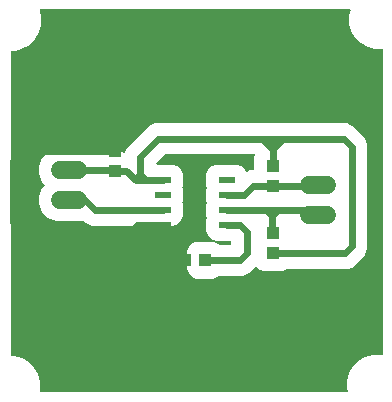
<source format=gbr>
G04 EAGLE Gerber RS-274X export*
G75*
%MOMM*%
%FSLAX34Y34*%
%LPD*%
%INTop Copper*%
%IPPOS*%
%AMOC8*
5,1,8,0,0,1.08239X$1,22.5*%
G01*
%ADD10R,1.000000X1.100000*%
%ADD11C,1.524000*%
%ADD12R,1.100000X1.000000*%
%ADD13R,1.400000X0.600000*%
%ADD14C,0.600000*%

G36*
X769938Y464372D02*
X769938Y464372D01*
X769975Y464370D01*
X770048Y464392D01*
X770124Y464405D01*
X770155Y464424D01*
X770190Y464434D01*
X770251Y464481D01*
X770317Y464520D01*
X770340Y464548D01*
X770369Y464570D01*
X770410Y464634D01*
X770458Y464694D01*
X770470Y464728D01*
X770489Y464759D01*
X770506Y464834D01*
X770530Y464906D01*
X770529Y464942D01*
X770537Y464978D01*
X770525Y465081D01*
X770523Y465131D01*
X770518Y465145D01*
X770515Y465164D01*
X769839Y467687D01*
X769839Y474313D01*
X771554Y480712D01*
X774866Y486449D01*
X779551Y491134D01*
X785288Y494446D01*
X791687Y496161D01*
X798313Y496161D01*
X799836Y495753D01*
X799872Y495750D01*
X799906Y495738D01*
X799983Y495740D01*
X800059Y495734D01*
X800094Y495743D01*
X800131Y495745D01*
X800202Y495773D01*
X800276Y495794D01*
X800305Y495815D01*
X800338Y495829D01*
X800395Y495880D01*
X800457Y495926D01*
X800477Y495956D01*
X800504Y495980D01*
X800539Y496048D01*
X800582Y496112D01*
X800590Y496148D01*
X800607Y496180D01*
X800622Y496282D01*
X800633Y496331D01*
X800631Y496346D01*
X800634Y496365D01*
X800634Y754205D01*
X800623Y754270D01*
X800621Y754336D01*
X800603Y754379D01*
X800595Y754426D01*
X800561Y754483D01*
X800536Y754543D01*
X800505Y754578D01*
X800480Y754619D01*
X800429Y754661D01*
X800385Y754709D01*
X800343Y754731D01*
X800306Y754760D01*
X800244Y754781D01*
X800185Y754812D01*
X800131Y754820D01*
X800094Y754832D01*
X800054Y754831D01*
X800000Y754839D01*
X793687Y754839D01*
X787288Y756554D01*
X781551Y759866D01*
X776866Y764551D01*
X773554Y770288D01*
X771839Y776687D01*
X771839Y783313D01*
X773051Y787836D01*
X773054Y787872D01*
X773066Y787906D01*
X773064Y787983D01*
X773070Y788059D01*
X773060Y788094D01*
X773059Y788131D01*
X773031Y788202D01*
X773010Y788276D01*
X772989Y788305D01*
X772975Y788338D01*
X772923Y788395D01*
X772878Y788457D01*
X772848Y788477D01*
X772824Y788504D01*
X772755Y788539D01*
X772692Y788582D01*
X772656Y788590D01*
X772624Y788607D01*
X772522Y788622D01*
X772473Y788633D01*
X772458Y788631D01*
X772439Y788634D01*
X510293Y788634D01*
X510258Y788628D01*
X510222Y788630D01*
X510148Y788608D01*
X510073Y788595D01*
X510041Y788576D01*
X510007Y788566D01*
X509945Y788520D01*
X509879Y788480D01*
X509857Y788452D01*
X509828Y788431D01*
X509786Y788366D01*
X509738Y788306D01*
X509726Y788272D01*
X509707Y788241D01*
X509691Y788166D01*
X509666Y788094D01*
X509667Y788058D01*
X509660Y788022D01*
X509671Y787919D01*
X509673Y787869D01*
X509679Y787855D01*
X509681Y787836D01*
X511161Y782313D01*
X511161Y775687D01*
X509446Y769288D01*
X506134Y763551D01*
X501449Y758866D01*
X495712Y755554D01*
X489313Y753839D01*
X486000Y753839D01*
X485935Y753828D01*
X485869Y753826D01*
X485826Y753808D01*
X485779Y753800D01*
X485722Y753766D01*
X485662Y753741D01*
X485627Y753710D01*
X485586Y753685D01*
X485545Y753634D01*
X485496Y753590D01*
X485474Y753548D01*
X485445Y753511D01*
X485424Y753449D01*
X485393Y753390D01*
X485385Y753336D01*
X485373Y753299D01*
X485374Y753259D01*
X485366Y753205D01*
X485366Y495795D01*
X485377Y495730D01*
X485379Y495664D01*
X485397Y495621D01*
X485405Y495574D01*
X485439Y495517D01*
X485464Y495457D01*
X485495Y495422D01*
X485520Y495381D01*
X485571Y495339D01*
X485615Y495291D01*
X485657Y495269D01*
X485694Y495240D01*
X485756Y495219D01*
X485815Y495188D01*
X485869Y495180D01*
X485906Y495168D01*
X485946Y495169D01*
X486000Y495161D01*
X488313Y495161D01*
X494712Y493446D01*
X500449Y490134D01*
X505134Y485449D01*
X508446Y479712D01*
X510161Y473313D01*
X510161Y466687D01*
X509753Y465164D01*
X509750Y465128D01*
X509738Y465094D01*
X509740Y465017D01*
X509734Y464941D01*
X509743Y464906D01*
X509745Y464869D01*
X509773Y464799D01*
X509794Y464724D01*
X509815Y464695D01*
X509829Y464662D01*
X509880Y464605D01*
X509926Y464543D01*
X509956Y464523D01*
X509980Y464496D01*
X510048Y464461D01*
X510112Y464418D01*
X510148Y464410D01*
X510180Y464393D01*
X510282Y464378D01*
X510331Y464367D01*
X510346Y464369D01*
X510365Y464366D01*
X769903Y464366D01*
X769938Y464372D01*
G37*
%LPC*%
G36*
X642379Y560739D02*
X642379Y560739D01*
X638644Y562286D01*
X635786Y565144D01*
X634239Y568879D01*
X634239Y583921D01*
X635786Y587656D01*
X638644Y590514D01*
X642379Y592061D01*
X656421Y592061D01*
X660156Y590514D01*
X660923Y589747D01*
X660958Y589722D01*
X660986Y589691D01*
X661049Y589659D01*
X661107Y589618D01*
X661148Y589608D01*
X661186Y589588D01*
X661276Y589575D01*
X661324Y589562D01*
X661345Y589565D01*
X661371Y589561D01*
X671205Y589561D01*
X671270Y589572D01*
X671336Y589574D01*
X671379Y589592D01*
X671426Y589600D01*
X671483Y589634D01*
X671543Y589659D01*
X671578Y589690D01*
X671619Y589715D01*
X671661Y589766D01*
X671709Y589810D01*
X671731Y589852D01*
X671760Y589889D01*
X671781Y589951D01*
X671812Y590010D01*
X671820Y590064D01*
X671832Y590101D01*
X671831Y590141D01*
X671839Y590195D01*
X671839Y592255D01*
X671828Y592320D01*
X671826Y592386D01*
X671808Y592429D01*
X671800Y592476D01*
X671766Y592533D01*
X671741Y592593D01*
X671710Y592628D01*
X671685Y592669D01*
X671634Y592711D01*
X671590Y592759D01*
X671548Y592781D01*
X671511Y592810D01*
X671449Y592831D01*
X671390Y592862D01*
X671336Y592870D01*
X671299Y592882D01*
X671259Y592881D01*
X671205Y592889D01*
X658879Y592889D01*
X655144Y594436D01*
X652286Y597294D01*
X650739Y601029D01*
X650739Y611071D01*
X651189Y612157D01*
X651198Y612199D01*
X651216Y612237D01*
X651222Y612307D01*
X651237Y612376D01*
X651231Y612419D01*
X651235Y612461D01*
X651213Y612549D01*
X651206Y612599D01*
X651196Y612617D01*
X651189Y612643D01*
X650739Y613729D01*
X650739Y623771D01*
X651189Y624857D01*
X651198Y624899D01*
X651216Y624937D01*
X651222Y625007D01*
X651237Y625076D01*
X651231Y625119D01*
X651235Y625161D01*
X651213Y625249D01*
X651206Y625299D01*
X651196Y625317D01*
X651189Y625343D01*
X650739Y626429D01*
X650739Y636471D01*
X651189Y637557D01*
X651198Y637599D01*
X651216Y637637D01*
X651222Y637707D01*
X651237Y637776D01*
X651231Y637819D01*
X651235Y637861D01*
X651213Y637949D01*
X651206Y637999D01*
X651196Y638017D01*
X651189Y638043D01*
X650739Y639129D01*
X650739Y649171D01*
X652286Y652906D01*
X655144Y655764D01*
X658879Y657311D01*
X676921Y657311D01*
X680656Y655764D01*
X683514Y652906D01*
X684080Y651538D01*
X684116Y651483D01*
X684143Y651423D01*
X684176Y651389D01*
X684201Y651349D01*
X684254Y651310D01*
X684300Y651263D01*
X684343Y651243D01*
X684381Y651214D01*
X684444Y651196D01*
X684503Y651168D01*
X684550Y651164D01*
X684596Y651150D01*
X684662Y651155D01*
X684727Y651150D01*
X684780Y651163D01*
X684820Y651165D01*
X684856Y651182D01*
X684909Y651195D01*
X687482Y652261D01*
X690805Y652261D01*
X690870Y652272D01*
X690936Y652274D01*
X690979Y652292D01*
X691026Y652300D01*
X691083Y652334D01*
X691143Y652359D01*
X691178Y652390D01*
X691219Y652415D01*
X691261Y652466D01*
X691309Y652510D01*
X691331Y652552D01*
X691360Y652589D01*
X691381Y652651D01*
X691412Y652710D01*
X691420Y652764D01*
X691432Y652801D01*
X691431Y652841D01*
X691439Y652895D01*
X691439Y663121D01*
X692202Y664962D01*
X692218Y665038D01*
X692243Y665111D01*
X692242Y665147D01*
X692250Y665182D01*
X692239Y665258D01*
X692237Y665336D01*
X692223Y665368D01*
X692218Y665404D01*
X692181Y665472D01*
X692152Y665543D01*
X692128Y665570D01*
X692111Y665601D01*
X692053Y665652D01*
X692001Y665709D01*
X691969Y665725D01*
X691943Y665749D01*
X691870Y665776D01*
X691801Y665812D01*
X691761Y665818D01*
X691733Y665828D01*
X691686Y665829D01*
X691616Y665839D01*
X615714Y665839D01*
X615672Y665832D01*
X615630Y665834D01*
X615563Y665812D01*
X615493Y665800D01*
X615457Y665778D01*
X615416Y665765D01*
X615344Y665711D01*
X615300Y665685D01*
X615287Y665669D01*
X615266Y665653D01*
X608347Y658734D01*
X608322Y658700D01*
X608291Y658671D01*
X608259Y658608D01*
X608218Y658550D01*
X608208Y658509D01*
X608188Y658471D01*
X608175Y658382D01*
X608162Y658333D01*
X608165Y658312D01*
X608161Y658286D01*
X608161Y657945D01*
X608172Y657880D01*
X608174Y657814D01*
X608192Y657771D01*
X608200Y657724D01*
X608234Y657667D01*
X608259Y657607D01*
X608290Y657572D01*
X608315Y657531D01*
X608366Y657489D01*
X608410Y657441D01*
X608452Y657419D01*
X608489Y657390D01*
X608551Y657369D01*
X608610Y657338D01*
X608664Y657330D01*
X608701Y657318D01*
X608741Y657319D01*
X608795Y657311D01*
X622921Y657311D01*
X626656Y655764D01*
X629514Y652906D01*
X631061Y649171D01*
X631061Y639129D01*
X630611Y638043D01*
X630602Y638001D01*
X630584Y637963D01*
X630578Y637893D01*
X630563Y637824D01*
X630569Y637781D01*
X630565Y637739D01*
X630587Y637651D01*
X630594Y637601D01*
X630604Y637583D01*
X630611Y637557D01*
X631061Y636471D01*
X631061Y626429D01*
X630611Y625343D01*
X630602Y625301D01*
X630584Y625263D01*
X630578Y625193D01*
X630563Y625124D01*
X630569Y625081D01*
X630565Y625039D01*
X630587Y624951D01*
X630594Y624901D01*
X630604Y624883D01*
X630611Y624857D01*
X631061Y623771D01*
X631061Y613729D01*
X629514Y609994D01*
X626656Y607136D01*
X622921Y605589D01*
X553632Y605589D01*
X548795Y607593D01*
X546855Y609533D01*
X546810Y609564D01*
X546772Y609603D01*
X546719Y609628D01*
X546671Y609661D01*
X546618Y609675D01*
X546569Y609698D01*
X546510Y609702D01*
X546453Y609717D01*
X546399Y609712D01*
X546345Y609716D01*
X546276Y609699D01*
X546230Y609694D01*
X546203Y609680D01*
X546164Y609671D01*
X545557Y609419D01*
X523243Y609419D01*
X516708Y612126D01*
X511706Y617128D01*
X508999Y623663D01*
X508999Y630737D01*
X511706Y637272D01*
X513886Y639451D01*
X513923Y639506D01*
X513968Y639553D01*
X513987Y639597D01*
X514014Y639636D01*
X514030Y639699D01*
X514056Y639760D01*
X514058Y639807D01*
X514070Y639853D01*
X514063Y639918D01*
X514066Y639984D01*
X514051Y640029D01*
X514047Y640076D01*
X514017Y640135D01*
X513997Y640198D01*
X513965Y640242D01*
X513947Y640277D01*
X513918Y640304D01*
X513886Y640348D01*
X511706Y642528D01*
X508999Y649063D01*
X508999Y656137D01*
X511706Y662672D01*
X516708Y667674D01*
X523243Y670381D01*
X545557Y670381D01*
X552092Y667674D01*
X553819Y665947D01*
X553854Y665922D01*
X553883Y665891D01*
X553946Y665859D01*
X554003Y665818D01*
X554045Y665808D01*
X554082Y665788D01*
X554172Y665775D01*
X554221Y665762D01*
X554242Y665765D01*
X554268Y665761D01*
X561929Y665761D01*
X561970Y665768D01*
X562013Y665766D01*
X562080Y665788D01*
X562149Y665800D01*
X562186Y665822D01*
X562226Y665835D01*
X562299Y665889D01*
X562343Y665915D01*
X562356Y665931D01*
X562377Y665947D01*
X562644Y666214D01*
X566379Y667761D01*
X580421Y667761D01*
X581450Y667335D01*
X581514Y667321D01*
X581575Y667297D01*
X581623Y667297D01*
X581669Y667287D01*
X581734Y667296D01*
X581800Y667296D01*
X581844Y667312D01*
X581891Y667318D01*
X581949Y667350D01*
X582011Y667372D01*
X582047Y667403D01*
X582088Y667425D01*
X582132Y667475D01*
X582182Y667517D01*
X582210Y667564D01*
X582236Y667594D01*
X582250Y667631D01*
X582263Y667653D01*
X582264Y667654D01*
X582264Y667655D01*
X582278Y667678D01*
X583843Y671455D01*
X602545Y690157D01*
X607382Y692161D01*
X769618Y692161D01*
X774455Y690157D01*
X785157Y679455D01*
X787161Y674618D01*
X787161Y585382D01*
X785157Y580545D01*
X775455Y570843D01*
X770618Y568839D01*
X719071Y568839D01*
X719030Y568832D01*
X718987Y568834D01*
X718920Y568812D01*
X718851Y568800D01*
X718814Y568778D01*
X718774Y568765D01*
X718701Y568711D01*
X718657Y568685D01*
X718644Y568669D01*
X718623Y568653D01*
X718356Y568386D01*
X714621Y566839D01*
X699579Y566839D01*
X695844Y568386D01*
X693370Y570861D01*
X693316Y570898D01*
X693268Y570943D01*
X693224Y570962D01*
X693186Y570989D01*
X693122Y571005D01*
X693061Y571031D01*
X693014Y571033D01*
X692968Y571045D01*
X692903Y571038D01*
X692837Y571041D01*
X692792Y571026D01*
X692745Y571022D01*
X692686Y570992D01*
X692624Y570972D01*
X692579Y570940D01*
X692544Y570922D01*
X692517Y570893D01*
X692473Y570861D01*
X690646Y569034D01*
X686855Y565243D01*
X682018Y563239D01*
X661371Y563239D01*
X661330Y563232D01*
X661287Y563234D01*
X661220Y563212D01*
X661151Y563200D01*
X661114Y563178D01*
X661074Y563165D01*
X661001Y563111D01*
X660957Y563085D01*
X660944Y563069D01*
X660923Y563053D01*
X660156Y562286D01*
X656421Y560739D01*
X642379Y560739D01*
G37*
%LPD*%
D10*
X573400Y669100D03*
X573400Y652100D03*
D11*
X737480Y639900D02*
X752720Y639900D01*
X752720Y614500D02*
X737480Y614500D01*
X542020Y601800D02*
X526780Y601800D01*
X526780Y627200D02*
X542020Y627200D01*
X542020Y652600D02*
X526780Y652600D01*
D12*
X707100Y639100D03*
X707100Y656100D03*
X707100Y599000D03*
X707100Y582000D03*
D10*
X649400Y576400D03*
X632400Y576400D03*
D13*
X613900Y644150D03*
X613900Y631450D03*
X613900Y618750D03*
X613900Y606050D03*
X667900Y606050D03*
X667900Y618750D03*
X667900Y631450D03*
X667900Y644150D03*
D14*
X667900Y631450D02*
X682450Y631450D01*
X690100Y639100D01*
X702000Y639100D01*
X707100Y639100D01*
X744300Y639100D02*
X745100Y639900D01*
X744300Y639100D02*
X707100Y639100D01*
X701000Y618750D02*
X667900Y618750D01*
X701000Y618750D02*
X706000Y618750D01*
X711000Y618750D01*
X740850Y618750D01*
X745100Y614500D01*
X707100Y599000D02*
X706000Y600100D01*
X706000Y613750D01*
X706000Y618750D01*
X701000Y618750D02*
X706000Y613750D01*
X711000Y618750D01*
X573400Y652100D02*
X572900Y652600D01*
X534400Y652600D01*
X573400Y652100D02*
X583000Y652100D01*
X599850Y644150D02*
X613900Y644150D01*
X599850Y644150D02*
X595000Y644150D01*
X590950Y644150D01*
X583000Y652100D01*
X707100Y656100D02*
X707100Y670100D01*
X716000Y679000D01*
X767000Y679000D01*
X774000Y672000D01*
X774000Y588000D01*
X768000Y582000D01*
X707100Y582000D01*
X707000Y679000D02*
X716000Y679000D01*
X707000Y679000D02*
X698200Y679000D01*
X698000Y679000D02*
X610000Y679000D01*
X595000Y664000D02*
X595000Y649000D01*
X595000Y644150D01*
X595000Y664000D02*
X610000Y679000D01*
X595000Y649000D02*
X599850Y644150D01*
X590950Y644150D02*
X590950Y644950D01*
X595000Y649000D01*
X707100Y670100D02*
X707100Y678900D01*
X707000Y679000D01*
X698200Y679000D02*
X698000Y679000D01*
X698200Y679000D02*
X707100Y670100D01*
X613900Y618750D02*
X556250Y618750D01*
X547800Y627200D02*
X534400Y627200D01*
X547800Y627200D02*
X556250Y618750D01*
X534400Y601800D02*
X578200Y601800D01*
X579200Y600800D02*
X586800Y600800D01*
X592050Y606050D02*
X613900Y606050D01*
X592050Y606050D02*
X586800Y600800D01*
X573400Y669100D02*
X496100Y669100D01*
X487000Y660000D02*
X487000Y609000D01*
X494200Y601800D01*
X534400Y601800D01*
X487000Y660000D02*
X496100Y669100D01*
X603600Y576400D02*
X632400Y576400D01*
X603600Y576400D02*
X586800Y593200D01*
X579200Y600800D01*
X578200Y601800D01*
X586800Y600800D02*
X586800Y593200D01*
X667900Y606050D02*
X678950Y606050D01*
X685000Y600000D01*
X685000Y582000D01*
X679400Y576400D01*
X649400Y576400D01*
M02*

</source>
